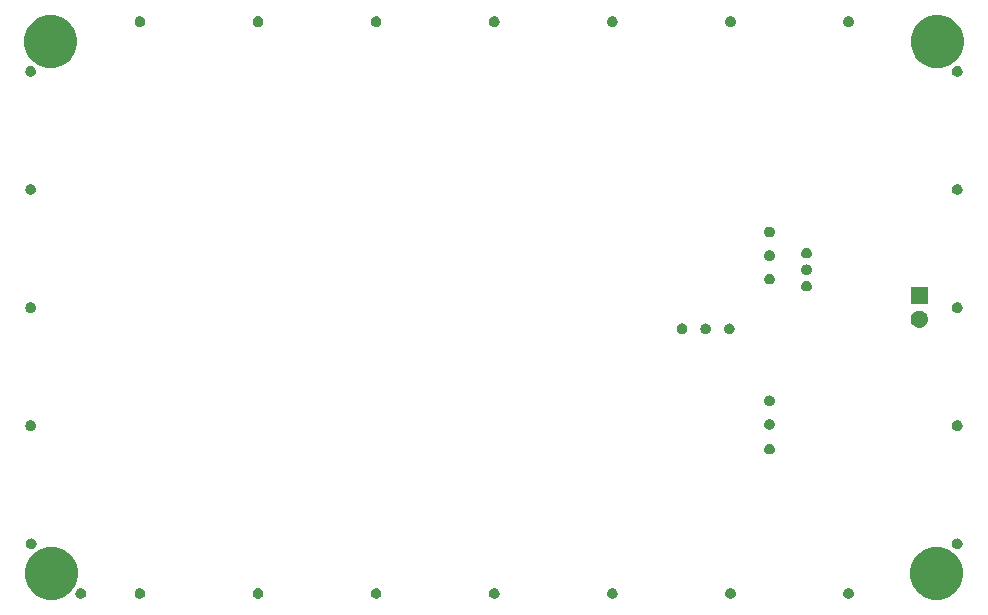
<source format=gbr>
G04 #@! TF.GenerationSoftware,KiCad,Pcbnew,5.1.2*
G04 #@! TF.CreationDate,2019-07-04T05:20:16+02:00*
G04 #@! TF.ProjectId,ledside_rev17,6c656473-6964-4655-9f72-657631372e6b,rev?*
G04 #@! TF.SameCoordinates,Original*
G04 #@! TF.FileFunction,Soldermask,Bot*
G04 #@! TF.FilePolarity,Negative*
%FSLAX46Y46*%
G04 Gerber Fmt 4.6, Leading zero omitted, Abs format (unit mm)*
G04 Created by KiCad (PCBNEW 5.1.2) date 2019-07-04 05:20:16*
%MOMM*%
%LPD*%
G04 APERTURE LIST*
%ADD10C,0.100000*%
G04 APERTURE END LIST*
D10*
G36*
X112225880Y-70459776D02*
G01*
X112606593Y-70535504D01*
X113016249Y-70705189D01*
X113384929Y-70951534D01*
X113698466Y-71265071D01*
X113944811Y-71633751D01*
X114114496Y-72043407D01*
X114201000Y-72478296D01*
X114201000Y-72921704D01*
X114114496Y-73356593D01*
X113944811Y-73766249D01*
X113698466Y-74134929D01*
X113384929Y-74448466D01*
X113016249Y-74694811D01*
X112606593Y-74864496D01*
X112225880Y-74940224D01*
X112171705Y-74951000D01*
X111728295Y-74951000D01*
X111674120Y-74940224D01*
X111293407Y-74864496D01*
X110883751Y-74694811D01*
X110515071Y-74448466D01*
X110201534Y-74134929D01*
X109955189Y-73766249D01*
X109785504Y-73356593D01*
X109699000Y-72921704D01*
X109699000Y-72478296D01*
X109785504Y-72043407D01*
X109955189Y-71633751D01*
X110201534Y-71265071D01*
X110515071Y-70951534D01*
X110883751Y-70705189D01*
X111293407Y-70535504D01*
X111674120Y-70459776D01*
X111728295Y-70449000D01*
X112171705Y-70449000D01*
X112225880Y-70459776D01*
X112225880Y-70459776D01*
G37*
G36*
X37275880Y-70459776D02*
G01*
X37656593Y-70535504D01*
X38066249Y-70705189D01*
X38434929Y-70951534D01*
X38748466Y-71265071D01*
X38994811Y-71633751D01*
X39164496Y-72043407D01*
X39251000Y-72478296D01*
X39251000Y-72921704D01*
X39164496Y-73356593D01*
X38994811Y-73766249D01*
X38748466Y-74134929D01*
X38434929Y-74448466D01*
X38066249Y-74694811D01*
X37656593Y-74864496D01*
X37275880Y-74940224D01*
X37221705Y-74951000D01*
X36778295Y-74951000D01*
X36724120Y-74940224D01*
X36343407Y-74864496D01*
X35933751Y-74694811D01*
X35565071Y-74448466D01*
X35251534Y-74134929D01*
X35005189Y-73766249D01*
X34835504Y-73356593D01*
X34749000Y-72921704D01*
X34749000Y-72478296D01*
X34835504Y-72043407D01*
X35005189Y-71633751D01*
X35251534Y-71265071D01*
X35565071Y-70951534D01*
X35933751Y-70705189D01*
X36343407Y-70535504D01*
X36724120Y-70459776D01*
X36778295Y-70449000D01*
X37221705Y-70449000D01*
X37275880Y-70459776D01*
X37275880Y-70459776D01*
G37*
G36*
X39631552Y-73966331D02*
G01*
X39713627Y-74000328D01*
X39713629Y-74000329D01*
X39750813Y-74025175D01*
X39787495Y-74049685D01*
X39850315Y-74112505D01*
X39899672Y-74186373D01*
X39933669Y-74268448D01*
X39951000Y-74355579D01*
X39951000Y-74444421D01*
X39933669Y-74531552D01*
X39899672Y-74613627D01*
X39850315Y-74687495D01*
X39787495Y-74750315D01*
X39750813Y-74774825D01*
X39713629Y-74799671D01*
X39713628Y-74799672D01*
X39713627Y-74799672D01*
X39631552Y-74833669D01*
X39544421Y-74851000D01*
X39455579Y-74851000D01*
X39368448Y-74833669D01*
X39286373Y-74799672D01*
X39286372Y-74799672D01*
X39286371Y-74799671D01*
X39249187Y-74774825D01*
X39212505Y-74750315D01*
X39149685Y-74687495D01*
X39100328Y-74613627D01*
X39066331Y-74531552D01*
X39049000Y-74444421D01*
X39049000Y-74355579D01*
X39066331Y-74268448D01*
X39100328Y-74186373D01*
X39149685Y-74112505D01*
X39212505Y-74049685D01*
X39249187Y-74025175D01*
X39286371Y-74000329D01*
X39286373Y-74000328D01*
X39368448Y-73966331D01*
X39455579Y-73949000D01*
X39544421Y-73949000D01*
X39631552Y-73966331D01*
X39631552Y-73966331D01*
G37*
G36*
X64631552Y-73966331D02*
G01*
X64713627Y-74000328D01*
X64713629Y-74000329D01*
X64750813Y-74025175D01*
X64787495Y-74049685D01*
X64850315Y-74112505D01*
X64899672Y-74186373D01*
X64933669Y-74268448D01*
X64951000Y-74355579D01*
X64951000Y-74444421D01*
X64933669Y-74531552D01*
X64899672Y-74613627D01*
X64850315Y-74687495D01*
X64787495Y-74750315D01*
X64750813Y-74774825D01*
X64713629Y-74799671D01*
X64713628Y-74799672D01*
X64713627Y-74799672D01*
X64631552Y-74833669D01*
X64544421Y-74851000D01*
X64455579Y-74851000D01*
X64368448Y-74833669D01*
X64286373Y-74799672D01*
X64286372Y-74799672D01*
X64286371Y-74799671D01*
X64249187Y-74774825D01*
X64212505Y-74750315D01*
X64149685Y-74687495D01*
X64100328Y-74613627D01*
X64066331Y-74531552D01*
X64049000Y-74444421D01*
X64049000Y-74355579D01*
X64066331Y-74268448D01*
X64100328Y-74186373D01*
X64149685Y-74112505D01*
X64212505Y-74049685D01*
X64249187Y-74025175D01*
X64286371Y-74000329D01*
X64286373Y-74000328D01*
X64368448Y-73966331D01*
X64455579Y-73949000D01*
X64544421Y-73949000D01*
X64631552Y-73966331D01*
X64631552Y-73966331D01*
G37*
G36*
X54631552Y-73966331D02*
G01*
X54713627Y-74000328D01*
X54713629Y-74000329D01*
X54750813Y-74025175D01*
X54787495Y-74049685D01*
X54850315Y-74112505D01*
X54899672Y-74186373D01*
X54933669Y-74268448D01*
X54951000Y-74355579D01*
X54951000Y-74444421D01*
X54933669Y-74531552D01*
X54899672Y-74613627D01*
X54850315Y-74687495D01*
X54787495Y-74750315D01*
X54750813Y-74774825D01*
X54713629Y-74799671D01*
X54713628Y-74799672D01*
X54713627Y-74799672D01*
X54631552Y-74833669D01*
X54544421Y-74851000D01*
X54455579Y-74851000D01*
X54368448Y-74833669D01*
X54286373Y-74799672D01*
X54286372Y-74799672D01*
X54286371Y-74799671D01*
X54249187Y-74774825D01*
X54212505Y-74750315D01*
X54149685Y-74687495D01*
X54100328Y-74613627D01*
X54066331Y-74531552D01*
X54049000Y-74444421D01*
X54049000Y-74355579D01*
X54066331Y-74268448D01*
X54100328Y-74186373D01*
X54149685Y-74112505D01*
X54212505Y-74049685D01*
X54249187Y-74025175D01*
X54286371Y-74000329D01*
X54286373Y-74000328D01*
X54368448Y-73966331D01*
X54455579Y-73949000D01*
X54544421Y-73949000D01*
X54631552Y-73966331D01*
X54631552Y-73966331D01*
G37*
G36*
X44631552Y-73966331D02*
G01*
X44713627Y-74000328D01*
X44713629Y-74000329D01*
X44750813Y-74025175D01*
X44787495Y-74049685D01*
X44850315Y-74112505D01*
X44899672Y-74186373D01*
X44933669Y-74268448D01*
X44951000Y-74355579D01*
X44951000Y-74444421D01*
X44933669Y-74531552D01*
X44899672Y-74613627D01*
X44850315Y-74687495D01*
X44787495Y-74750315D01*
X44750813Y-74774825D01*
X44713629Y-74799671D01*
X44713628Y-74799672D01*
X44713627Y-74799672D01*
X44631552Y-74833669D01*
X44544421Y-74851000D01*
X44455579Y-74851000D01*
X44368448Y-74833669D01*
X44286373Y-74799672D01*
X44286372Y-74799672D01*
X44286371Y-74799671D01*
X44249187Y-74774825D01*
X44212505Y-74750315D01*
X44149685Y-74687495D01*
X44100328Y-74613627D01*
X44066331Y-74531552D01*
X44049000Y-74444421D01*
X44049000Y-74355579D01*
X44066331Y-74268448D01*
X44100328Y-74186373D01*
X44149685Y-74112505D01*
X44212505Y-74049685D01*
X44249187Y-74025175D01*
X44286371Y-74000329D01*
X44286373Y-74000328D01*
X44368448Y-73966331D01*
X44455579Y-73949000D01*
X44544421Y-73949000D01*
X44631552Y-73966331D01*
X44631552Y-73966331D01*
G37*
G36*
X84631552Y-73966331D02*
G01*
X84713627Y-74000328D01*
X84713629Y-74000329D01*
X84750813Y-74025175D01*
X84787495Y-74049685D01*
X84850315Y-74112505D01*
X84899672Y-74186373D01*
X84933669Y-74268448D01*
X84951000Y-74355579D01*
X84951000Y-74444421D01*
X84933669Y-74531552D01*
X84899672Y-74613627D01*
X84850315Y-74687495D01*
X84787495Y-74750315D01*
X84750813Y-74774825D01*
X84713629Y-74799671D01*
X84713628Y-74799672D01*
X84713627Y-74799672D01*
X84631552Y-74833669D01*
X84544421Y-74851000D01*
X84455579Y-74851000D01*
X84368448Y-74833669D01*
X84286373Y-74799672D01*
X84286372Y-74799672D01*
X84286371Y-74799671D01*
X84249187Y-74774825D01*
X84212505Y-74750315D01*
X84149685Y-74687495D01*
X84100328Y-74613627D01*
X84066331Y-74531552D01*
X84049000Y-74444421D01*
X84049000Y-74355579D01*
X84066331Y-74268448D01*
X84100328Y-74186373D01*
X84149685Y-74112505D01*
X84212505Y-74049685D01*
X84249187Y-74025175D01*
X84286371Y-74000329D01*
X84286373Y-74000328D01*
X84368448Y-73966331D01*
X84455579Y-73949000D01*
X84544421Y-73949000D01*
X84631552Y-73966331D01*
X84631552Y-73966331D01*
G37*
G36*
X94631552Y-73966331D02*
G01*
X94713627Y-74000328D01*
X94713629Y-74000329D01*
X94750813Y-74025175D01*
X94787495Y-74049685D01*
X94850315Y-74112505D01*
X94899672Y-74186373D01*
X94933669Y-74268448D01*
X94951000Y-74355579D01*
X94951000Y-74444421D01*
X94933669Y-74531552D01*
X94899672Y-74613627D01*
X94850315Y-74687495D01*
X94787495Y-74750315D01*
X94750813Y-74774825D01*
X94713629Y-74799671D01*
X94713628Y-74799672D01*
X94713627Y-74799672D01*
X94631552Y-74833669D01*
X94544421Y-74851000D01*
X94455579Y-74851000D01*
X94368448Y-74833669D01*
X94286373Y-74799672D01*
X94286372Y-74799672D01*
X94286371Y-74799671D01*
X94249187Y-74774825D01*
X94212505Y-74750315D01*
X94149685Y-74687495D01*
X94100328Y-74613627D01*
X94066331Y-74531552D01*
X94049000Y-74444421D01*
X94049000Y-74355579D01*
X94066331Y-74268448D01*
X94100328Y-74186373D01*
X94149685Y-74112505D01*
X94212505Y-74049685D01*
X94249187Y-74025175D01*
X94286371Y-74000329D01*
X94286373Y-74000328D01*
X94368448Y-73966331D01*
X94455579Y-73949000D01*
X94544421Y-73949000D01*
X94631552Y-73966331D01*
X94631552Y-73966331D01*
G37*
G36*
X104631552Y-73966331D02*
G01*
X104713627Y-74000328D01*
X104713629Y-74000329D01*
X104750813Y-74025175D01*
X104787495Y-74049685D01*
X104850315Y-74112505D01*
X104899672Y-74186373D01*
X104933669Y-74268448D01*
X104951000Y-74355579D01*
X104951000Y-74444421D01*
X104933669Y-74531552D01*
X104899672Y-74613627D01*
X104850315Y-74687495D01*
X104787495Y-74750315D01*
X104750813Y-74774825D01*
X104713629Y-74799671D01*
X104713628Y-74799672D01*
X104713627Y-74799672D01*
X104631552Y-74833669D01*
X104544421Y-74851000D01*
X104455579Y-74851000D01*
X104368448Y-74833669D01*
X104286373Y-74799672D01*
X104286372Y-74799672D01*
X104286371Y-74799671D01*
X104249187Y-74774825D01*
X104212505Y-74750315D01*
X104149685Y-74687495D01*
X104100328Y-74613627D01*
X104066331Y-74531552D01*
X104049000Y-74444421D01*
X104049000Y-74355579D01*
X104066331Y-74268448D01*
X104100328Y-74186373D01*
X104149685Y-74112505D01*
X104212505Y-74049685D01*
X104249187Y-74025175D01*
X104286371Y-74000329D01*
X104286373Y-74000328D01*
X104368448Y-73966331D01*
X104455579Y-73949000D01*
X104544421Y-73949000D01*
X104631552Y-73966331D01*
X104631552Y-73966331D01*
G37*
G36*
X74631552Y-73966331D02*
G01*
X74713627Y-74000328D01*
X74713629Y-74000329D01*
X74750813Y-74025175D01*
X74787495Y-74049685D01*
X74850315Y-74112505D01*
X74899672Y-74186373D01*
X74933669Y-74268448D01*
X74951000Y-74355579D01*
X74951000Y-74444421D01*
X74933669Y-74531552D01*
X74899672Y-74613627D01*
X74850315Y-74687495D01*
X74787495Y-74750315D01*
X74750813Y-74774825D01*
X74713629Y-74799671D01*
X74713628Y-74799672D01*
X74713627Y-74799672D01*
X74631552Y-74833669D01*
X74544421Y-74851000D01*
X74455579Y-74851000D01*
X74368448Y-74833669D01*
X74286373Y-74799672D01*
X74286372Y-74799672D01*
X74286371Y-74799671D01*
X74249187Y-74774825D01*
X74212505Y-74750315D01*
X74149685Y-74687495D01*
X74100328Y-74613627D01*
X74066331Y-74531552D01*
X74049000Y-74444421D01*
X74049000Y-74355579D01*
X74066331Y-74268448D01*
X74100328Y-74186373D01*
X74149685Y-74112505D01*
X74212505Y-74049685D01*
X74249187Y-74025175D01*
X74286371Y-74000329D01*
X74286373Y-74000328D01*
X74368448Y-73966331D01*
X74455579Y-73949000D01*
X74544421Y-73949000D01*
X74631552Y-73966331D01*
X74631552Y-73966331D01*
G37*
G36*
X35431552Y-69766331D02*
G01*
X35513627Y-69800328D01*
X35513629Y-69800329D01*
X35550813Y-69825175D01*
X35587495Y-69849685D01*
X35650315Y-69912505D01*
X35699672Y-69986373D01*
X35733669Y-70068448D01*
X35751000Y-70155579D01*
X35751000Y-70244421D01*
X35733669Y-70331552D01*
X35699672Y-70413627D01*
X35699671Y-70413629D01*
X35650314Y-70487496D01*
X35587496Y-70550314D01*
X35513629Y-70599671D01*
X35513628Y-70599672D01*
X35513627Y-70599672D01*
X35431552Y-70633669D01*
X35344421Y-70651000D01*
X35255579Y-70651000D01*
X35168448Y-70633669D01*
X35086373Y-70599672D01*
X35086372Y-70599672D01*
X35086371Y-70599671D01*
X35012504Y-70550314D01*
X34949686Y-70487496D01*
X34900329Y-70413629D01*
X34900328Y-70413627D01*
X34866331Y-70331552D01*
X34849000Y-70244421D01*
X34849000Y-70155579D01*
X34866331Y-70068448D01*
X34900328Y-69986373D01*
X34949685Y-69912505D01*
X35012505Y-69849685D01*
X35049187Y-69825175D01*
X35086371Y-69800329D01*
X35086373Y-69800328D01*
X35168448Y-69766331D01*
X35255579Y-69749000D01*
X35344421Y-69749000D01*
X35431552Y-69766331D01*
X35431552Y-69766331D01*
G37*
G36*
X113831552Y-69766331D02*
G01*
X113913627Y-69800328D01*
X113913629Y-69800329D01*
X113950813Y-69825175D01*
X113987495Y-69849685D01*
X114050315Y-69912505D01*
X114099672Y-69986373D01*
X114133669Y-70068448D01*
X114151000Y-70155579D01*
X114151000Y-70244421D01*
X114133669Y-70331552D01*
X114099672Y-70413627D01*
X114099671Y-70413629D01*
X114050314Y-70487496D01*
X113987496Y-70550314D01*
X113913629Y-70599671D01*
X113913628Y-70599672D01*
X113913627Y-70599672D01*
X113831552Y-70633669D01*
X113744421Y-70651000D01*
X113655579Y-70651000D01*
X113568448Y-70633669D01*
X113486373Y-70599672D01*
X113486372Y-70599672D01*
X113486371Y-70599671D01*
X113412504Y-70550314D01*
X113349686Y-70487496D01*
X113300329Y-70413629D01*
X113300328Y-70413627D01*
X113266331Y-70331552D01*
X113249000Y-70244421D01*
X113249000Y-70155579D01*
X113266331Y-70068448D01*
X113300328Y-69986373D01*
X113349685Y-69912505D01*
X113412505Y-69849685D01*
X113449187Y-69825175D01*
X113486371Y-69800329D01*
X113486373Y-69800328D01*
X113568448Y-69766331D01*
X113655579Y-69749000D01*
X113744421Y-69749000D01*
X113831552Y-69766331D01*
X113831552Y-69766331D01*
G37*
G36*
X97931552Y-61766331D02*
G01*
X98013627Y-61800328D01*
X98013629Y-61800329D01*
X98050813Y-61825175D01*
X98087495Y-61849685D01*
X98150315Y-61912505D01*
X98199672Y-61986373D01*
X98233669Y-62068448D01*
X98251000Y-62155579D01*
X98251000Y-62244421D01*
X98233669Y-62331552D01*
X98199672Y-62413627D01*
X98199671Y-62413629D01*
X98150314Y-62487496D01*
X98087496Y-62550314D01*
X98013629Y-62599671D01*
X98013628Y-62599672D01*
X98013627Y-62599672D01*
X97931552Y-62633669D01*
X97844421Y-62651000D01*
X97755579Y-62651000D01*
X97668448Y-62633669D01*
X97586373Y-62599672D01*
X97586372Y-62599672D01*
X97586371Y-62599671D01*
X97512504Y-62550314D01*
X97449686Y-62487496D01*
X97400329Y-62413629D01*
X97400328Y-62413627D01*
X97366331Y-62331552D01*
X97349000Y-62244421D01*
X97349000Y-62155579D01*
X97366331Y-62068448D01*
X97400328Y-61986373D01*
X97449685Y-61912505D01*
X97512505Y-61849685D01*
X97549187Y-61825175D01*
X97586371Y-61800329D01*
X97586373Y-61800328D01*
X97668448Y-61766331D01*
X97755579Y-61749000D01*
X97844421Y-61749000D01*
X97931552Y-61766331D01*
X97931552Y-61766331D01*
G37*
G36*
X113831552Y-59766331D02*
G01*
X113913627Y-59800328D01*
X113913629Y-59800329D01*
X113931850Y-59812504D01*
X113987495Y-59849685D01*
X114050315Y-59912505D01*
X114099672Y-59986373D01*
X114133669Y-60068448D01*
X114151000Y-60155579D01*
X114151000Y-60244421D01*
X114133669Y-60331552D01*
X114099672Y-60413627D01*
X114050315Y-60487495D01*
X113987495Y-60550315D01*
X113950813Y-60574825D01*
X113913629Y-60599671D01*
X113913628Y-60599672D01*
X113913627Y-60599672D01*
X113831552Y-60633669D01*
X113744421Y-60651000D01*
X113655579Y-60651000D01*
X113568448Y-60633669D01*
X113486373Y-60599672D01*
X113486372Y-60599672D01*
X113486371Y-60599671D01*
X113449187Y-60574825D01*
X113412505Y-60550315D01*
X113349685Y-60487495D01*
X113300328Y-60413627D01*
X113266331Y-60331552D01*
X113249000Y-60244421D01*
X113249000Y-60155579D01*
X113266331Y-60068448D01*
X113300328Y-59986373D01*
X113349685Y-59912505D01*
X113412505Y-59849685D01*
X113468150Y-59812504D01*
X113486371Y-59800329D01*
X113486373Y-59800328D01*
X113568448Y-59766331D01*
X113655579Y-59749000D01*
X113744421Y-59749000D01*
X113831552Y-59766331D01*
X113831552Y-59766331D01*
G37*
G36*
X35381552Y-59766331D02*
G01*
X35463627Y-59800328D01*
X35463629Y-59800329D01*
X35481850Y-59812504D01*
X35537495Y-59849685D01*
X35600315Y-59912505D01*
X35649672Y-59986373D01*
X35683669Y-60068448D01*
X35701000Y-60155579D01*
X35701000Y-60244421D01*
X35683669Y-60331552D01*
X35649672Y-60413627D01*
X35600315Y-60487495D01*
X35537495Y-60550315D01*
X35500813Y-60574825D01*
X35463629Y-60599671D01*
X35463628Y-60599672D01*
X35463627Y-60599672D01*
X35381552Y-60633669D01*
X35294421Y-60651000D01*
X35205579Y-60651000D01*
X35118448Y-60633669D01*
X35036373Y-60599672D01*
X35036372Y-60599672D01*
X35036371Y-60599671D01*
X34999187Y-60574825D01*
X34962505Y-60550315D01*
X34899685Y-60487495D01*
X34850328Y-60413627D01*
X34816331Y-60331552D01*
X34799000Y-60244421D01*
X34799000Y-60155579D01*
X34816331Y-60068448D01*
X34850328Y-59986373D01*
X34899685Y-59912505D01*
X34962505Y-59849685D01*
X35018150Y-59812504D01*
X35036371Y-59800329D01*
X35036373Y-59800328D01*
X35118448Y-59766331D01*
X35205579Y-59749000D01*
X35294421Y-59749000D01*
X35381552Y-59766331D01*
X35381552Y-59766331D01*
G37*
G36*
X97931552Y-59666331D02*
G01*
X98013627Y-59700328D01*
X98013629Y-59700329D01*
X98050813Y-59725175D01*
X98087495Y-59749685D01*
X98150315Y-59812505D01*
X98199672Y-59886373D01*
X98233669Y-59968448D01*
X98251000Y-60055579D01*
X98251000Y-60144421D01*
X98233669Y-60231552D01*
X98228338Y-60244421D01*
X98199671Y-60313629D01*
X98150314Y-60387496D01*
X98087496Y-60450314D01*
X98013629Y-60499671D01*
X98013628Y-60499672D01*
X98013627Y-60499672D01*
X97931552Y-60533669D01*
X97844421Y-60551000D01*
X97755579Y-60551000D01*
X97668448Y-60533669D01*
X97586373Y-60499672D01*
X97586372Y-60499672D01*
X97586371Y-60499671D01*
X97512504Y-60450314D01*
X97449686Y-60387496D01*
X97400329Y-60313629D01*
X97371662Y-60244421D01*
X97366331Y-60231552D01*
X97349000Y-60144421D01*
X97349000Y-60055579D01*
X97366331Y-59968448D01*
X97400328Y-59886373D01*
X97449685Y-59812505D01*
X97512505Y-59749685D01*
X97549187Y-59725175D01*
X97586371Y-59700329D01*
X97586373Y-59700328D01*
X97668448Y-59666331D01*
X97755579Y-59649000D01*
X97844421Y-59649000D01*
X97931552Y-59666331D01*
X97931552Y-59666331D01*
G37*
G36*
X97931552Y-57666331D02*
G01*
X98013627Y-57700328D01*
X98013629Y-57700329D01*
X98050813Y-57725175D01*
X98087495Y-57749685D01*
X98150315Y-57812505D01*
X98199672Y-57886373D01*
X98233669Y-57968448D01*
X98251000Y-58055579D01*
X98251000Y-58144421D01*
X98233669Y-58231552D01*
X98199672Y-58313627D01*
X98199671Y-58313629D01*
X98150314Y-58387496D01*
X98087496Y-58450314D01*
X98013629Y-58499671D01*
X98013628Y-58499672D01*
X98013627Y-58499672D01*
X97931552Y-58533669D01*
X97844421Y-58551000D01*
X97755579Y-58551000D01*
X97668448Y-58533669D01*
X97586373Y-58499672D01*
X97586372Y-58499672D01*
X97586371Y-58499671D01*
X97512504Y-58450314D01*
X97449686Y-58387496D01*
X97400329Y-58313629D01*
X97400328Y-58313627D01*
X97366331Y-58231552D01*
X97349000Y-58144421D01*
X97349000Y-58055579D01*
X97366331Y-57968448D01*
X97400328Y-57886373D01*
X97449685Y-57812505D01*
X97512505Y-57749685D01*
X97549187Y-57725175D01*
X97586371Y-57700329D01*
X97586373Y-57700328D01*
X97668448Y-57666331D01*
X97755579Y-57649000D01*
X97844421Y-57649000D01*
X97931552Y-57666331D01*
X97931552Y-57666331D01*
G37*
G36*
X90531552Y-51566331D02*
G01*
X90613627Y-51600328D01*
X90613629Y-51600329D01*
X90621061Y-51605295D01*
X90687495Y-51649685D01*
X90750315Y-51712505D01*
X90799672Y-51786373D01*
X90833669Y-51868448D01*
X90851000Y-51955579D01*
X90851000Y-52044421D01*
X90833669Y-52131552D01*
X90799672Y-52213627D01*
X90799671Y-52213629D01*
X90750314Y-52287496D01*
X90687496Y-52350314D01*
X90613629Y-52399671D01*
X90613628Y-52399672D01*
X90613627Y-52399672D01*
X90531552Y-52433669D01*
X90444421Y-52451000D01*
X90355579Y-52451000D01*
X90268448Y-52433669D01*
X90186373Y-52399672D01*
X90186372Y-52399672D01*
X90186371Y-52399671D01*
X90112504Y-52350314D01*
X90049686Y-52287496D01*
X90000329Y-52213629D01*
X90000328Y-52213627D01*
X89966331Y-52131552D01*
X89949000Y-52044421D01*
X89949000Y-51955579D01*
X89966331Y-51868448D01*
X90000328Y-51786373D01*
X90049685Y-51712505D01*
X90112505Y-51649685D01*
X90178939Y-51605295D01*
X90186371Y-51600329D01*
X90186373Y-51600328D01*
X90268448Y-51566331D01*
X90355579Y-51549000D01*
X90444421Y-51549000D01*
X90531552Y-51566331D01*
X90531552Y-51566331D01*
G37*
G36*
X92531552Y-51566331D02*
G01*
X92613627Y-51600328D01*
X92613629Y-51600329D01*
X92621061Y-51605295D01*
X92687495Y-51649685D01*
X92750315Y-51712505D01*
X92799672Y-51786373D01*
X92833669Y-51868448D01*
X92851000Y-51955579D01*
X92851000Y-52044421D01*
X92833669Y-52131552D01*
X92799672Y-52213627D01*
X92799671Y-52213629D01*
X92750314Y-52287496D01*
X92687496Y-52350314D01*
X92613629Y-52399671D01*
X92613628Y-52399672D01*
X92613627Y-52399672D01*
X92531552Y-52433669D01*
X92444421Y-52451000D01*
X92355579Y-52451000D01*
X92268448Y-52433669D01*
X92186373Y-52399672D01*
X92186372Y-52399672D01*
X92186371Y-52399671D01*
X92112504Y-52350314D01*
X92049686Y-52287496D01*
X92000329Y-52213629D01*
X92000328Y-52213627D01*
X91966331Y-52131552D01*
X91949000Y-52044421D01*
X91949000Y-51955579D01*
X91966331Y-51868448D01*
X92000328Y-51786373D01*
X92049685Y-51712505D01*
X92112505Y-51649685D01*
X92178939Y-51605295D01*
X92186371Y-51600329D01*
X92186373Y-51600328D01*
X92268448Y-51566331D01*
X92355579Y-51549000D01*
X92444421Y-51549000D01*
X92531552Y-51566331D01*
X92531552Y-51566331D01*
G37*
G36*
X94531552Y-51566331D02*
G01*
X94613627Y-51600328D01*
X94613629Y-51600329D01*
X94621061Y-51605295D01*
X94687495Y-51649685D01*
X94750315Y-51712505D01*
X94799672Y-51786373D01*
X94833669Y-51868448D01*
X94851000Y-51955579D01*
X94851000Y-52044421D01*
X94833669Y-52131552D01*
X94799672Y-52213627D01*
X94799671Y-52213629D01*
X94750314Y-52287496D01*
X94687496Y-52350314D01*
X94613629Y-52399671D01*
X94613628Y-52399672D01*
X94613627Y-52399672D01*
X94531552Y-52433669D01*
X94444421Y-52451000D01*
X94355579Y-52451000D01*
X94268448Y-52433669D01*
X94186373Y-52399672D01*
X94186372Y-52399672D01*
X94186371Y-52399671D01*
X94112504Y-52350314D01*
X94049686Y-52287496D01*
X94000329Y-52213629D01*
X94000328Y-52213627D01*
X93966331Y-52131552D01*
X93949000Y-52044421D01*
X93949000Y-51955579D01*
X93966331Y-51868448D01*
X94000328Y-51786373D01*
X94049685Y-51712505D01*
X94112505Y-51649685D01*
X94178939Y-51605295D01*
X94186371Y-51600329D01*
X94186373Y-51600328D01*
X94268448Y-51566331D01*
X94355579Y-51549000D01*
X94444421Y-51549000D01*
X94531552Y-51566331D01*
X94531552Y-51566331D01*
G37*
G36*
X110571213Y-50477502D02*
G01*
X110642321Y-50484505D01*
X110779172Y-50526019D01*
X110779175Y-50526020D01*
X110905294Y-50593432D01*
X111015843Y-50684157D01*
X111106568Y-50794706D01*
X111173980Y-50920825D01*
X111173981Y-50920828D01*
X111215495Y-51057679D01*
X111229512Y-51200000D01*
X111215495Y-51342321D01*
X111173981Y-51479172D01*
X111173980Y-51479175D01*
X111106568Y-51605294D01*
X111015843Y-51715843D01*
X110905294Y-51806568D01*
X110779175Y-51873980D01*
X110779172Y-51873981D01*
X110642321Y-51915495D01*
X110571213Y-51922498D01*
X110535660Y-51926000D01*
X110464340Y-51926000D01*
X110428787Y-51922498D01*
X110357679Y-51915495D01*
X110220828Y-51873981D01*
X110220825Y-51873980D01*
X110094706Y-51806568D01*
X109984157Y-51715843D01*
X109893432Y-51605294D01*
X109826020Y-51479175D01*
X109826019Y-51479172D01*
X109784505Y-51342321D01*
X109770488Y-51200000D01*
X109784505Y-51057679D01*
X109826019Y-50920828D01*
X109826020Y-50920825D01*
X109893432Y-50794706D01*
X109984157Y-50684157D01*
X110094706Y-50593432D01*
X110220825Y-50526020D01*
X110220828Y-50526019D01*
X110357679Y-50484505D01*
X110428787Y-50477502D01*
X110464340Y-50474000D01*
X110535660Y-50474000D01*
X110571213Y-50477502D01*
X110571213Y-50477502D01*
G37*
G36*
X113831552Y-49766331D02*
G01*
X113913627Y-49800328D01*
X113913629Y-49800329D01*
X113950813Y-49825175D01*
X113987495Y-49849685D01*
X114050315Y-49912505D01*
X114099672Y-49986373D01*
X114133669Y-50068448D01*
X114151000Y-50155579D01*
X114151000Y-50244421D01*
X114133669Y-50331552D01*
X114099672Y-50413627D01*
X114099671Y-50413629D01*
X114050314Y-50487496D01*
X113987496Y-50550314D01*
X113913629Y-50599671D01*
X113913628Y-50599672D01*
X113913627Y-50599672D01*
X113831552Y-50633669D01*
X113744421Y-50651000D01*
X113655579Y-50651000D01*
X113568448Y-50633669D01*
X113486373Y-50599672D01*
X113486372Y-50599672D01*
X113486371Y-50599671D01*
X113412504Y-50550314D01*
X113349686Y-50487496D01*
X113300329Y-50413629D01*
X113300328Y-50413627D01*
X113266331Y-50331552D01*
X113249000Y-50244421D01*
X113249000Y-50155579D01*
X113266331Y-50068448D01*
X113300328Y-49986373D01*
X113349685Y-49912505D01*
X113412505Y-49849685D01*
X113449187Y-49825175D01*
X113486371Y-49800329D01*
X113486373Y-49800328D01*
X113568448Y-49766331D01*
X113655579Y-49749000D01*
X113744421Y-49749000D01*
X113831552Y-49766331D01*
X113831552Y-49766331D01*
G37*
G36*
X35381552Y-49766331D02*
G01*
X35463627Y-49800328D01*
X35463629Y-49800329D01*
X35500813Y-49825175D01*
X35537495Y-49849685D01*
X35600315Y-49912505D01*
X35649672Y-49986373D01*
X35683669Y-50068448D01*
X35701000Y-50155579D01*
X35701000Y-50244421D01*
X35683669Y-50331552D01*
X35649672Y-50413627D01*
X35649671Y-50413629D01*
X35600314Y-50487496D01*
X35537496Y-50550314D01*
X35463629Y-50599671D01*
X35463628Y-50599672D01*
X35463627Y-50599672D01*
X35381552Y-50633669D01*
X35294421Y-50651000D01*
X35205579Y-50651000D01*
X35118448Y-50633669D01*
X35036373Y-50599672D01*
X35036372Y-50599672D01*
X35036371Y-50599671D01*
X34962504Y-50550314D01*
X34899686Y-50487496D01*
X34850329Y-50413629D01*
X34850328Y-50413627D01*
X34816331Y-50331552D01*
X34799000Y-50244421D01*
X34799000Y-50155579D01*
X34816331Y-50068448D01*
X34850328Y-49986373D01*
X34899685Y-49912505D01*
X34962505Y-49849685D01*
X34999187Y-49825175D01*
X35036371Y-49800329D01*
X35036373Y-49800328D01*
X35118448Y-49766331D01*
X35205579Y-49749000D01*
X35294421Y-49749000D01*
X35381552Y-49766331D01*
X35381552Y-49766331D01*
G37*
G36*
X111226000Y-49926000D02*
G01*
X109774000Y-49926000D01*
X109774000Y-48474000D01*
X111226000Y-48474000D01*
X111226000Y-49926000D01*
X111226000Y-49926000D01*
G37*
G36*
X101081552Y-47966331D02*
G01*
X101163627Y-48000328D01*
X101163629Y-48000329D01*
X101200813Y-48025175D01*
X101237495Y-48049685D01*
X101300315Y-48112505D01*
X101349672Y-48186373D01*
X101383669Y-48268448D01*
X101401000Y-48355579D01*
X101401000Y-48444421D01*
X101383669Y-48531552D01*
X101349672Y-48613627D01*
X101349671Y-48613629D01*
X101300314Y-48687496D01*
X101237496Y-48750314D01*
X101163629Y-48799671D01*
X101163628Y-48799672D01*
X101163627Y-48799672D01*
X101081552Y-48833669D01*
X100994421Y-48851000D01*
X100905579Y-48851000D01*
X100818448Y-48833669D01*
X100736373Y-48799672D01*
X100736372Y-48799672D01*
X100736371Y-48799671D01*
X100662504Y-48750314D01*
X100599686Y-48687496D01*
X100550329Y-48613629D01*
X100550328Y-48613627D01*
X100516331Y-48531552D01*
X100499000Y-48444421D01*
X100499000Y-48355579D01*
X100516331Y-48268448D01*
X100550328Y-48186373D01*
X100599685Y-48112505D01*
X100662505Y-48049685D01*
X100699187Y-48025175D01*
X100736371Y-48000329D01*
X100736373Y-48000328D01*
X100818448Y-47966331D01*
X100905579Y-47949000D01*
X100994421Y-47949000D01*
X101081552Y-47966331D01*
X101081552Y-47966331D01*
G37*
G36*
X97931552Y-47366331D02*
G01*
X98012043Y-47399672D01*
X98013629Y-47400329D01*
X98050813Y-47425175D01*
X98087495Y-47449685D01*
X98150315Y-47512505D01*
X98199672Y-47586373D01*
X98233669Y-47668448D01*
X98251000Y-47755579D01*
X98251000Y-47844421D01*
X98233669Y-47931552D01*
X98205180Y-48000329D01*
X98199671Y-48013629D01*
X98150314Y-48087496D01*
X98087496Y-48150314D01*
X98013629Y-48199671D01*
X98013628Y-48199672D01*
X98013627Y-48199672D01*
X97931552Y-48233669D01*
X97844421Y-48251000D01*
X97755579Y-48251000D01*
X97668448Y-48233669D01*
X97586373Y-48199672D01*
X97586372Y-48199672D01*
X97586371Y-48199671D01*
X97512504Y-48150314D01*
X97449686Y-48087496D01*
X97400329Y-48013629D01*
X97394820Y-48000329D01*
X97366331Y-47931552D01*
X97349000Y-47844421D01*
X97349000Y-47755579D01*
X97366331Y-47668448D01*
X97400328Y-47586373D01*
X97449685Y-47512505D01*
X97512505Y-47449685D01*
X97549187Y-47425175D01*
X97586371Y-47400329D01*
X97587957Y-47399672D01*
X97668448Y-47366331D01*
X97755579Y-47349000D01*
X97844421Y-47349000D01*
X97931552Y-47366331D01*
X97931552Y-47366331D01*
G37*
G36*
X101081552Y-46566331D02*
G01*
X101163627Y-46600328D01*
X101163629Y-46600329D01*
X101200813Y-46625175D01*
X101237495Y-46649685D01*
X101300315Y-46712505D01*
X101349672Y-46786373D01*
X101383669Y-46868448D01*
X101401000Y-46955579D01*
X101401000Y-47044421D01*
X101383669Y-47131552D01*
X101349672Y-47213627D01*
X101349671Y-47213629D01*
X101300314Y-47287496D01*
X101237496Y-47350314D01*
X101163629Y-47399671D01*
X101163628Y-47399672D01*
X101163627Y-47399672D01*
X101081552Y-47433669D01*
X100994421Y-47451000D01*
X100905579Y-47451000D01*
X100818448Y-47433669D01*
X100736373Y-47399672D01*
X100736372Y-47399672D01*
X100736371Y-47399671D01*
X100662504Y-47350314D01*
X100599686Y-47287496D01*
X100550329Y-47213629D01*
X100550328Y-47213627D01*
X100516331Y-47131552D01*
X100499000Y-47044421D01*
X100499000Y-46955579D01*
X100516331Y-46868448D01*
X100550328Y-46786373D01*
X100599685Y-46712505D01*
X100662505Y-46649685D01*
X100699187Y-46625175D01*
X100736371Y-46600329D01*
X100736373Y-46600328D01*
X100818448Y-46566331D01*
X100905579Y-46549000D01*
X100994421Y-46549000D01*
X101081552Y-46566331D01*
X101081552Y-46566331D01*
G37*
G36*
X97931552Y-45366331D02*
G01*
X98013627Y-45400328D01*
X98013629Y-45400329D01*
X98050813Y-45425175D01*
X98087495Y-45449685D01*
X98150315Y-45512505D01*
X98199672Y-45586373D01*
X98233669Y-45668448D01*
X98251000Y-45755579D01*
X98251000Y-45844421D01*
X98233669Y-45931552D01*
X98205453Y-45999671D01*
X98199671Y-46013629D01*
X98150314Y-46087496D01*
X98087496Y-46150314D01*
X98013629Y-46199671D01*
X98013628Y-46199672D01*
X98013627Y-46199672D01*
X97931552Y-46233669D01*
X97844421Y-46251000D01*
X97755579Y-46251000D01*
X97668448Y-46233669D01*
X97586373Y-46199672D01*
X97586372Y-46199672D01*
X97586371Y-46199671D01*
X97512504Y-46150314D01*
X97449686Y-46087496D01*
X97400329Y-46013629D01*
X97394547Y-45999671D01*
X97366331Y-45931552D01*
X97349000Y-45844421D01*
X97349000Y-45755579D01*
X97366331Y-45668448D01*
X97400328Y-45586373D01*
X97449685Y-45512505D01*
X97512505Y-45449685D01*
X97549187Y-45425175D01*
X97586371Y-45400329D01*
X97586373Y-45400328D01*
X97668448Y-45366331D01*
X97755579Y-45349000D01*
X97844421Y-45349000D01*
X97931552Y-45366331D01*
X97931552Y-45366331D01*
G37*
G36*
X101081552Y-45166331D02*
G01*
X101163627Y-45200328D01*
X101163629Y-45200329D01*
X101237496Y-45249686D01*
X101300314Y-45312504D01*
X101336281Y-45366331D01*
X101349672Y-45386373D01*
X101383669Y-45468448D01*
X101401000Y-45555579D01*
X101401000Y-45644421D01*
X101383669Y-45731552D01*
X101349672Y-45813627D01*
X101349671Y-45813629D01*
X101300314Y-45887496D01*
X101237496Y-45950314D01*
X101163629Y-45999671D01*
X101163628Y-45999672D01*
X101163627Y-45999672D01*
X101081552Y-46033669D01*
X100994421Y-46051000D01*
X100905579Y-46051000D01*
X100818448Y-46033669D01*
X100736373Y-45999672D01*
X100736372Y-45999672D01*
X100736371Y-45999671D01*
X100662504Y-45950314D01*
X100599686Y-45887496D01*
X100550329Y-45813629D01*
X100550328Y-45813627D01*
X100516331Y-45731552D01*
X100499000Y-45644421D01*
X100499000Y-45555579D01*
X100516331Y-45468448D01*
X100550328Y-45386373D01*
X100563720Y-45366331D01*
X100599686Y-45312504D01*
X100662504Y-45249686D01*
X100736371Y-45200329D01*
X100736373Y-45200328D01*
X100818448Y-45166331D01*
X100905579Y-45149000D01*
X100994421Y-45149000D01*
X101081552Y-45166331D01*
X101081552Y-45166331D01*
G37*
G36*
X97931552Y-43366331D02*
G01*
X98013627Y-43400328D01*
X98013629Y-43400329D01*
X98050813Y-43425175D01*
X98087495Y-43449685D01*
X98150315Y-43512505D01*
X98199672Y-43586373D01*
X98233669Y-43668448D01*
X98251000Y-43755579D01*
X98251000Y-43844421D01*
X98233669Y-43931552D01*
X98199672Y-44013627D01*
X98199671Y-44013629D01*
X98150314Y-44087496D01*
X98087496Y-44150314D01*
X98013629Y-44199671D01*
X98013628Y-44199672D01*
X98013627Y-44199672D01*
X97931552Y-44233669D01*
X97844421Y-44251000D01*
X97755579Y-44251000D01*
X97668448Y-44233669D01*
X97586373Y-44199672D01*
X97586372Y-44199672D01*
X97586371Y-44199671D01*
X97512504Y-44150314D01*
X97449686Y-44087496D01*
X97400329Y-44013629D01*
X97400328Y-44013627D01*
X97366331Y-43931552D01*
X97349000Y-43844421D01*
X97349000Y-43755579D01*
X97366331Y-43668448D01*
X97400328Y-43586373D01*
X97449685Y-43512505D01*
X97512505Y-43449685D01*
X97549187Y-43425175D01*
X97586371Y-43400329D01*
X97586373Y-43400328D01*
X97668448Y-43366331D01*
X97755579Y-43349000D01*
X97844421Y-43349000D01*
X97931552Y-43366331D01*
X97931552Y-43366331D01*
G37*
G36*
X113831552Y-39766331D02*
G01*
X113913627Y-39800328D01*
X113913629Y-39800329D01*
X113950813Y-39825175D01*
X113987495Y-39849685D01*
X114050315Y-39912505D01*
X114099672Y-39986373D01*
X114133669Y-40068448D01*
X114151000Y-40155579D01*
X114151000Y-40244421D01*
X114133669Y-40331552D01*
X114099672Y-40413627D01*
X114099671Y-40413629D01*
X114050314Y-40487496D01*
X113987496Y-40550314D01*
X113913629Y-40599671D01*
X113913628Y-40599672D01*
X113913627Y-40599672D01*
X113831552Y-40633669D01*
X113744421Y-40651000D01*
X113655579Y-40651000D01*
X113568448Y-40633669D01*
X113486373Y-40599672D01*
X113486372Y-40599672D01*
X113486371Y-40599671D01*
X113412504Y-40550314D01*
X113349686Y-40487496D01*
X113300329Y-40413629D01*
X113300328Y-40413627D01*
X113266331Y-40331552D01*
X113249000Y-40244421D01*
X113249000Y-40155579D01*
X113266331Y-40068448D01*
X113300328Y-39986373D01*
X113349685Y-39912505D01*
X113412505Y-39849685D01*
X113449187Y-39825175D01*
X113486371Y-39800329D01*
X113486373Y-39800328D01*
X113568448Y-39766331D01*
X113655579Y-39749000D01*
X113744421Y-39749000D01*
X113831552Y-39766331D01*
X113831552Y-39766331D01*
G37*
G36*
X35381552Y-39766331D02*
G01*
X35463627Y-39800328D01*
X35463629Y-39800329D01*
X35500813Y-39825175D01*
X35537495Y-39849685D01*
X35600315Y-39912505D01*
X35649672Y-39986373D01*
X35683669Y-40068448D01*
X35701000Y-40155579D01*
X35701000Y-40244421D01*
X35683669Y-40331552D01*
X35649672Y-40413627D01*
X35649671Y-40413629D01*
X35600314Y-40487496D01*
X35537496Y-40550314D01*
X35463629Y-40599671D01*
X35463628Y-40599672D01*
X35463627Y-40599672D01*
X35381552Y-40633669D01*
X35294421Y-40651000D01*
X35205579Y-40651000D01*
X35118448Y-40633669D01*
X35036373Y-40599672D01*
X35036372Y-40599672D01*
X35036371Y-40599671D01*
X34962504Y-40550314D01*
X34899686Y-40487496D01*
X34850329Y-40413629D01*
X34850328Y-40413627D01*
X34816331Y-40331552D01*
X34799000Y-40244421D01*
X34799000Y-40155579D01*
X34816331Y-40068448D01*
X34850328Y-39986373D01*
X34899685Y-39912505D01*
X34962505Y-39849685D01*
X34999187Y-39825175D01*
X35036371Y-39800329D01*
X35036373Y-39800328D01*
X35118448Y-39766331D01*
X35205579Y-39749000D01*
X35294421Y-39749000D01*
X35381552Y-39766331D01*
X35381552Y-39766331D01*
G37*
G36*
X113831552Y-29766331D02*
G01*
X113913627Y-29800328D01*
X113913629Y-29800329D01*
X113950813Y-29825175D01*
X113987495Y-29849685D01*
X114050315Y-29912505D01*
X114099672Y-29986373D01*
X114133669Y-30068448D01*
X114151000Y-30155579D01*
X114151000Y-30244421D01*
X114133669Y-30331552D01*
X114099672Y-30413627D01*
X114099671Y-30413629D01*
X114050314Y-30487496D01*
X113987496Y-30550314D01*
X113913629Y-30599671D01*
X113913628Y-30599672D01*
X113913627Y-30599672D01*
X113831552Y-30633669D01*
X113744421Y-30651000D01*
X113655579Y-30651000D01*
X113568448Y-30633669D01*
X113486373Y-30599672D01*
X113486372Y-30599672D01*
X113486371Y-30599671D01*
X113412504Y-30550314D01*
X113349686Y-30487496D01*
X113300329Y-30413629D01*
X113300328Y-30413627D01*
X113266331Y-30331552D01*
X113249000Y-30244421D01*
X113249000Y-30155579D01*
X113266331Y-30068448D01*
X113300328Y-29986373D01*
X113349685Y-29912505D01*
X113412505Y-29849685D01*
X113449187Y-29825175D01*
X113486371Y-29800329D01*
X113486373Y-29800328D01*
X113568448Y-29766331D01*
X113655579Y-29749000D01*
X113744421Y-29749000D01*
X113831552Y-29766331D01*
X113831552Y-29766331D01*
G37*
G36*
X35381552Y-29766331D02*
G01*
X35463627Y-29800328D01*
X35463629Y-29800329D01*
X35500813Y-29825175D01*
X35537495Y-29849685D01*
X35600315Y-29912505D01*
X35649672Y-29986373D01*
X35683669Y-30068448D01*
X35701000Y-30155579D01*
X35701000Y-30244421D01*
X35683669Y-30331552D01*
X35649672Y-30413627D01*
X35649671Y-30413629D01*
X35600314Y-30487496D01*
X35537496Y-30550314D01*
X35463629Y-30599671D01*
X35463628Y-30599672D01*
X35463627Y-30599672D01*
X35381552Y-30633669D01*
X35294421Y-30651000D01*
X35205579Y-30651000D01*
X35118448Y-30633669D01*
X35036373Y-30599672D01*
X35036372Y-30599672D01*
X35036371Y-30599671D01*
X34962504Y-30550314D01*
X34899686Y-30487496D01*
X34850329Y-30413629D01*
X34850328Y-30413627D01*
X34816331Y-30331552D01*
X34799000Y-30244421D01*
X34799000Y-30155579D01*
X34816331Y-30068448D01*
X34850328Y-29986373D01*
X34899685Y-29912505D01*
X34962505Y-29849685D01*
X34999187Y-29825175D01*
X35036371Y-29800329D01*
X35036373Y-29800328D01*
X35118448Y-29766331D01*
X35205579Y-29749000D01*
X35294421Y-29749000D01*
X35381552Y-29766331D01*
X35381552Y-29766331D01*
G37*
G36*
X37225880Y-25459776D02*
G01*
X37606593Y-25535504D01*
X38016249Y-25705189D01*
X38384929Y-25951534D01*
X38698466Y-26265071D01*
X38944811Y-26633751D01*
X39114496Y-27043407D01*
X39201000Y-27478296D01*
X39201000Y-27921704D01*
X39114496Y-28356593D01*
X38944811Y-28766249D01*
X38698466Y-29134929D01*
X38384929Y-29448466D01*
X38016249Y-29694811D01*
X37606593Y-29864496D01*
X37225880Y-29940224D01*
X37171705Y-29951000D01*
X36728295Y-29951000D01*
X36674120Y-29940224D01*
X36293407Y-29864496D01*
X35883751Y-29694811D01*
X35515071Y-29448466D01*
X35201534Y-29134929D01*
X34955189Y-28766249D01*
X34785504Y-28356593D01*
X34699000Y-27921704D01*
X34699000Y-27478296D01*
X34785504Y-27043407D01*
X34955189Y-26633751D01*
X35201534Y-26265071D01*
X35515071Y-25951534D01*
X35883751Y-25705189D01*
X36293407Y-25535504D01*
X36674120Y-25459776D01*
X36728295Y-25449000D01*
X37171705Y-25449000D01*
X37225880Y-25459776D01*
X37225880Y-25459776D01*
G37*
G36*
X112275880Y-25459776D02*
G01*
X112656593Y-25535504D01*
X113066249Y-25705189D01*
X113434929Y-25951534D01*
X113748466Y-26265071D01*
X113994811Y-26633751D01*
X114164496Y-27043407D01*
X114251000Y-27478296D01*
X114251000Y-27921704D01*
X114164496Y-28356593D01*
X113994811Y-28766249D01*
X113748466Y-29134929D01*
X113434929Y-29448466D01*
X113066249Y-29694811D01*
X112656593Y-29864496D01*
X112275880Y-29940224D01*
X112221705Y-29951000D01*
X111778295Y-29951000D01*
X111724120Y-29940224D01*
X111343407Y-29864496D01*
X110933751Y-29694811D01*
X110565071Y-29448466D01*
X110251534Y-29134929D01*
X110005189Y-28766249D01*
X109835504Y-28356593D01*
X109749000Y-27921704D01*
X109749000Y-27478296D01*
X109835504Y-27043407D01*
X110005189Y-26633751D01*
X110251534Y-26265071D01*
X110565071Y-25951534D01*
X110933751Y-25705189D01*
X111343407Y-25535504D01*
X111724120Y-25459776D01*
X111778295Y-25449000D01*
X112221705Y-25449000D01*
X112275880Y-25459776D01*
X112275880Y-25459776D01*
G37*
G36*
X44631552Y-25566331D02*
G01*
X44713627Y-25600328D01*
X44713629Y-25600329D01*
X44750813Y-25625175D01*
X44787495Y-25649685D01*
X44850315Y-25712505D01*
X44899672Y-25786373D01*
X44933669Y-25868448D01*
X44951000Y-25955579D01*
X44951000Y-26044421D01*
X44933669Y-26131552D01*
X44899672Y-26213627D01*
X44865298Y-26265072D01*
X44850314Y-26287496D01*
X44787496Y-26350314D01*
X44713629Y-26399671D01*
X44713628Y-26399672D01*
X44713627Y-26399672D01*
X44631552Y-26433669D01*
X44544421Y-26451000D01*
X44455579Y-26451000D01*
X44368448Y-26433669D01*
X44286373Y-26399672D01*
X44286372Y-26399672D01*
X44286371Y-26399671D01*
X44212504Y-26350314D01*
X44149686Y-26287496D01*
X44134703Y-26265072D01*
X44100328Y-26213627D01*
X44066331Y-26131552D01*
X44049000Y-26044421D01*
X44049000Y-25955579D01*
X44066331Y-25868448D01*
X44100328Y-25786373D01*
X44149685Y-25712505D01*
X44212505Y-25649685D01*
X44249187Y-25625175D01*
X44286371Y-25600329D01*
X44286373Y-25600328D01*
X44368448Y-25566331D01*
X44455579Y-25549000D01*
X44544421Y-25549000D01*
X44631552Y-25566331D01*
X44631552Y-25566331D01*
G37*
G36*
X64631552Y-25566331D02*
G01*
X64713627Y-25600328D01*
X64713629Y-25600329D01*
X64750813Y-25625175D01*
X64787495Y-25649685D01*
X64850315Y-25712505D01*
X64899672Y-25786373D01*
X64933669Y-25868448D01*
X64951000Y-25955579D01*
X64951000Y-26044421D01*
X64933669Y-26131552D01*
X64899672Y-26213627D01*
X64865298Y-26265072D01*
X64850314Y-26287496D01*
X64787496Y-26350314D01*
X64713629Y-26399671D01*
X64713628Y-26399672D01*
X64713627Y-26399672D01*
X64631552Y-26433669D01*
X64544421Y-26451000D01*
X64455579Y-26451000D01*
X64368448Y-26433669D01*
X64286373Y-26399672D01*
X64286372Y-26399672D01*
X64286371Y-26399671D01*
X64212504Y-26350314D01*
X64149686Y-26287496D01*
X64134703Y-26265072D01*
X64100328Y-26213627D01*
X64066331Y-26131552D01*
X64049000Y-26044421D01*
X64049000Y-25955579D01*
X64066331Y-25868448D01*
X64100328Y-25786373D01*
X64149685Y-25712505D01*
X64212505Y-25649685D01*
X64249187Y-25625175D01*
X64286371Y-25600329D01*
X64286373Y-25600328D01*
X64368448Y-25566331D01*
X64455579Y-25549000D01*
X64544421Y-25549000D01*
X64631552Y-25566331D01*
X64631552Y-25566331D01*
G37*
G36*
X74631552Y-25566331D02*
G01*
X74713627Y-25600328D01*
X74713629Y-25600329D01*
X74750813Y-25625175D01*
X74787495Y-25649685D01*
X74850315Y-25712505D01*
X74899672Y-25786373D01*
X74933669Y-25868448D01*
X74951000Y-25955579D01*
X74951000Y-26044421D01*
X74933669Y-26131552D01*
X74899672Y-26213627D01*
X74865298Y-26265072D01*
X74850314Y-26287496D01*
X74787496Y-26350314D01*
X74713629Y-26399671D01*
X74713628Y-26399672D01*
X74713627Y-26399672D01*
X74631552Y-26433669D01*
X74544421Y-26451000D01*
X74455579Y-26451000D01*
X74368448Y-26433669D01*
X74286373Y-26399672D01*
X74286372Y-26399672D01*
X74286371Y-26399671D01*
X74212504Y-26350314D01*
X74149686Y-26287496D01*
X74134703Y-26265072D01*
X74100328Y-26213627D01*
X74066331Y-26131552D01*
X74049000Y-26044421D01*
X74049000Y-25955579D01*
X74066331Y-25868448D01*
X74100328Y-25786373D01*
X74149685Y-25712505D01*
X74212505Y-25649685D01*
X74249187Y-25625175D01*
X74286371Y-25600329D01*
X74286373Y-25600328D01*
X74368448Y-25566331D01*
X74455579Y-25549000D01*
X74544421Y-25549000D01*
X74631552Y-25566331D01*
X74631552Y-25566331D01*
G37*
G36*
X84631552Y-25566331D02*
G01*
X84713627Y-25600328D01*
X84713629Y-25600329D01*
X84750813Y-25625175D01*
X84787495Y-25649685D01*
X84850315Y-25712505D01*
X84899672Y-25786373D01*
X84933669Y-25868448D01*
X84951000Y-25955579D01*
X84951000Y-26044421D01*
X84933669Y-26131552D01*
X84899672Y-26213627D01*
X84865298Y-26265072D01*
X84850314Y-26287496D01*
X84787496Y-26350314D01*
X84713629Y-26399671D01*
X84713628Y-26399672D01*
X84713627Y-26399672D01*
X84631552Y-26433669D01*
X84544421Y-26451000D01*
X84455579Y-26451000D01*
X84368448Y-26433669D01*
X84286373Y-26399672D01*
X84286372Y-26399672D01*
X84286371Y-26399671D01*
X84212504Y-26350314D01*
X84149686Y-26287496D01*
X84134703Y-26265072D01*
X84100328Y-26213627D01*
X84066331Y-26131552D01*
X84049000Y-26044421D01*
X84049000Y-25955579D01*
X84066331Y-25868448D01*
X84100328Y-25786373D01*
X84149685Y-25712505D01*
X84212505Y-25649685D01*
X84249187Y-25625175D01*
X84286371Y-25600329D01*
X84286373Y-25600328D01*
X84368448Y-25566331D01*
X84455579Y-25549000D01*
X84544421Y-25549000D01*
X84631552Y-25566331D01*
X84631552Y-25566331D01*
G37*
G36*
X94631552Y-25566331D02*
G01*
X94713627Y-25600328D01*
X94713629Y-25600329D01*
X94750813Y-25625175D01*
X94787495Y-25649685D01*
X94850315Y-25712505D01*
X94899672Y-25786373D01*
X94933669Y-25868448D01*
X94951000Y-25955579D01*
X94951000Y-26044421D01*
X94933669Y-26131552D01*
X94899672Y-26213627D01*
X94865298Y-26265072D01*
X94850314Y-26287496D01*
X94787496Y-26350314D01*
X94713629Y-26399671D01*
X94713628Y-26399672D01*
X94713627Y-26399672D01*
X94631552Y-26433669D01*
X94544421Y-26451000D01*
X94455579Y-26451000D01*
X94368448Y-26433669D01*
X94286373Y-26399672D01*
X94286372Y-26399672D01*
X94286371Y-26399671D01*
X94212504Y-26350314D01*
X94149686Y-26287496D01*
X94134703Y-26265072D01*
X94100328Y-26213627D01*
X94066331Y-26131552D01*
X94049000Y-26044421D01*
X94049000Y-25955579D01*
X94066331Y-25868448D01*
X94100328Y-25786373D01*
X94149685Y-25712505D01*
X94212505Y-25649685D01*
X94249187Y-25625175D01*
X94286371Y-25600329D01*
X94286373Y-25600328D01*
X94368448Y-25566331D01*
X94455579Y-25549000D01*
X94544421Y-25549000D01*
X94631552Y-25566331D01*
X94631552Y-25566331D01*
G37*
G36*
X104631552Y-25566331D02*
G01*
X104713627Y-25600328D01*
X104713629Y-25600329D01*
X104750813Y-25625175D01*
X104787495Y-25649685D01*
X104850315Y-25712505D01*
X104899672Y-25786373D01*
X104933669Y-25868448D01*
X104951000Y-25955579D01*
X104951000Y-26044421D01*
X104933669Y-26131552D01*
X104899672Y-26213627D01*
X104865298Y-26265072D01*
X104850314Y-26287496D01*
X104787496Y-26350314D01*
X104713629Y-26399671D01*
X104713628Y-26399672D01*
X104713627Y-26399672D01*
X104631552Y-26433669D01*
X104544421Y-26451000D01*
X104455579Y-26451000D01*
X104368448Y-26433669D01*
X104286373Y-26399672D01*
X104286372Y-26399672D01*
X104286371Y-26399671D01*
X104212504Y-26350314D01*
X104149686Y-26287496D01*
X104134703Y-26265072D01*
X104100328Y-26213627D01*
X104066331Y-26131552D01*
X104049000Y-26044421D01*
X104049000Y-25955579D01*
X104066331Y-25868448D01*
X104100328Y-25786373D01*
X104149685Y-25712505D01*
X104212505Y-25649685D01*
X104249187Y-25625175D01*
X104286371Y-25600329D01*
X104286373Y-25600328D01*
X104368448Y-25566331D01*
X104455579Y-25549000D01*
X104544421Y-25549000D01*
X104631552Y-25566331D01*
X104631552Y-25566331D01*
G37*
G36*
X54631552Y-25566331D02*
G01*
X54713627Y-25600328D01*
X54713629Y-25600329D01*
X54750813Y-25625175D01*
X54787495Y-25649685D01*
X54850315Y-25712505D01*
X54899672Y-25786373D01*
X54933669Y-25868448D01*
X54951000Y-25955579D01*
X54951000Y-26044421D01*
X54933669Y-26131552D01*
X54899672Y-26213627D01*
X54865298Y-26265072D01*
X54850314Y-26287496D01*
X54787496Y-26350314D01*
X54713629Y-26399671D01*
X54713628Y-26399672D01*
X54713627Y-26399672D01*
X54631552Y-26433669D01*
X54544421Y-26451000D01*
X54455579Y-26451000D01*
X54368448Y-26433669D01*
X54286373Y-26399672D01*
X54286372Y-26399672D01*
X54286371Y-26399671D01*
X54212504Y-26350314D01*
X54149686Y-26287496D01*
X54134703Y-26265072D01*
X54100328Y-26213627D01*
X54066331Y-26131552D01*
X54049000Y-26044421D01*
X54049000Y-25955579D01*
X54066331Y-25868448D01*
X54100328Y-25786373D01*
X54149685Y-25712505D01*
X54212505Y-25649685D01*
X54249187Y-25625175D01*
X54286371Y-25600329D01*
X54286373Y-25600328D01*
X54368448Y-25566331D01*
X54455579Y-25549000D01*
X54544421Y-25549000D01*
X54631552Y-25566331D01*
X54631552Y-25566331D01*
G37*
M02*

</source>
